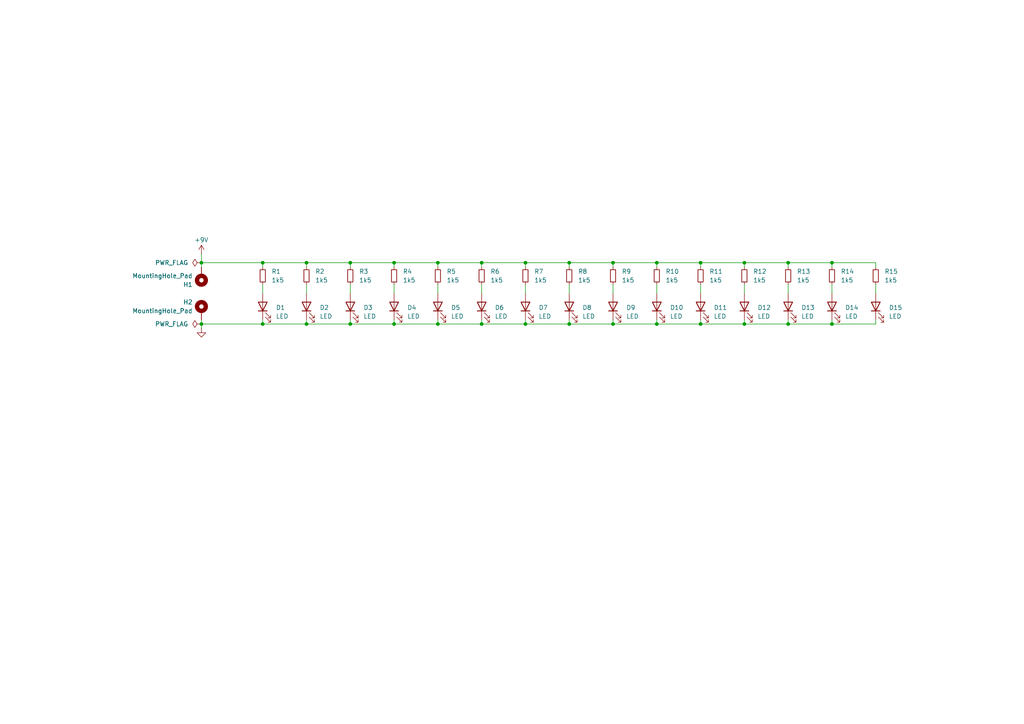
<source format=kicad_sch>
(kicad_sch (version 20231120) (generator "eeschema") (generator_version "8.0")
  (paper "A4")
  (title_block (title "LED Circle") (date "2024-03-17") (rev "V2") (company "Libertine Class-X") (comment 1 "Goran Todorovic"))
  (lib_symbols
    (symbol "Device:LED" (pin_numbers hide) (pin_names (offset 1.016) hide)
      (property "Reference" "D" (at 0 2.54 0))
      (property "Value" "LED" (at 0 -2.54 0))
      (symbol "LED_0_1"
        (polyline (pts (xy -1.27 -1.27) (xy -1.27 1.27)) (stroke (width 0.254)))
        (polyline (pts (xy -1.27 0) (xy 1.27 0)))
        (polyline (pts (xy 1.27 -1.27) (xy 1.27 1.27) (xy -1.27 0) (xy 1.27 -1.27)) (stroke (width 0.254)))
        (polyline (pts (xy -3.048 -0.762) (xy -4.572 -2.286) (xy -3.81 -2.286) (xy -4.572 -2.286) (xy -4.572 -1.524)))
        (polyline (pts (xy -1.778 -0.762) (xy -3.302 -2.286) (xy -2.54 -2.286) (xy -3.302 -2.286) (xy -3.302 -1.524)))
      )
      (symbol "LED_1_1"
        (pin passive line (at -3.81 0 0) (length 2.54) (name "K") (number "1"))
        (pin passive line (at 3.81 0 180) (length 2.54) (name "A") (number "2"))
      )
    )
    (symbol "Device:R_Small" (pin_numbers hide) (pin_names (offset 0.254) hide)
      (property "Reference" "R" (at 0.762 0.508 0))
      (property "Value" "R_Small" (at 0.762 -1.016 0))
      (symbol "R_Small_0_1"
        (rectangle (start -0.762 1.778) (end 0.762 -1.778) (stroke (width 0.2032)))
      )
      (symbol "R_Small_1_1"
        (pin passive line (at 0 2.54 270) (length 0.762) (name "~") (number "1"))
        (pin passive line (at 0 -2.54 90) (length 0.762) (name "~") (number "2"))
      )
    )
    (symbol "Mechanical:MountingHole_Pad" (pin_numbers hide) (pin_names (offset 1.016) hide)
      (property "Reference" "H" (at 0 6.35 0))
      (property "Value" "MountingHole_Pad" (at 0 4.445 0))
      (symbol "MountingHole_Pad_0_1"
        (circle (center 0 1.27) (radius 1.27) (stroke (width 1.27)))
      )
      (symbol "MountingHole_Pad_1_1"
        (pin input line (at 0 -2.54 90) (length 2.54) (name "1") (number "1"))
      )
    )
    (symbol "power:+9V" (power) (pin_numbers hide) (pin_names (offset 0) hide)
      (property "Value" "+9V" (at 0 3.556 0))
      (symbol "+9V_0_1"
        (polyline (pts (xy -0.762 1.27) (xy 0 2.54)))
        (polyline (pts (xy 0 0) (xy 0 2.54)))
        (polyline (pts (xy 0 2.54) (xy 0.762 1.27)))
      )
      (symbol "+9V_1_1"
        (pin power_in line (at 0 0 90) (length 0) (name "~") (number "1"))
      )
    )
    (symbol "power:GND" (power) (pin_numbers hide) (pin_names (offset 0) hide)
      (property "Value" "GND" (at 0 -3.81 0))
      (symbol "GND_0_1"
        (polyline (pts (xy 0 0) (xy 0 -1.27) (xy 1.27 -1.27) (xy 0 -2.54) (xy -1.27 -1.27) (xy 0 -1.27)))
      )
      (symbol "GND_1_1"
        (pin power_in line (at 0 0 270) (length 0) (name "~") (number "1"))
      )
    )
    (symbol "power:PWR_FLAG" (power) (pin_numbers hide) (pin_names (offset 0) hide)
      (property "Value" "PWR_FLAG" (at 0 3.81 0))
      (symbol "PWR_FLAG_0_0"
        (pin power_out line (at 0 0 90) (length 0) (name "~") (number "1"))
      )
      (symbol "PWR_FLAG_0_1"
        (polyline (pts (xy 0 0) (xy 0 1.27) (xy -1.016 1.905) (xy 0 2.54) (xy 1.016 1.905) (xy 0 1.27)))
      )
    )
  )
  (junction (at 76.2 76.2))
  (junction (at 228.6 93.98))
  (junction (at 190.5 76.2))
  (junction (at 127 93.98))
  (junction (at 101.6 76.2))
  (junction (at 215.9 76.2))
  (junction (at 114.3 76.2))
  (junction (at 152.4 93.98))
  (junction (at 58.42 76.2))
  (junction (at 241.3 93.98))
  (junction (at 177.8 76.2))
  (junction (at 58.42 93.98))
  (junction (at 88.9 76.2))
  (junction (at 88.9 93.98))
  (junction (at 228.6 76.2))
  (junction (at 76.2 93.98))
  (junction (at 114.3 93.98))
  (junction (at 127 76.2))
  (junction (at 203.2 76.2))
  (junction (at 139.7 93.98))
  (junction (at 190.5 93.98))
  (junction (at 165.1 76.2))
  (junction (at 139.7 76.2))
  (junction (at 165.1 93.98))
  (junction (at 152.4 76.2))
  (junction (at 177.8 93.98))
  (junction (at 101.6 93.98))
  (junction (at 241.3 76.2))
  (junction (at 215.9 93.98))
  (junction (at 203.2 93.98))
  (wire (pts (xy 152.4 76.2) (xy 139.7 76.2)))
  (wire (pts (xy 101.6 82.55) (xy 101.6 85.09)))
  (wire (pts (xy 101.6 93.98) (xy 88.9 93.98)))
  (wire (pts (xy 139.7 93.98) (xy 127 93.98)))
  (wire (pts (xy 114.3 76.2) (xy 114.3 77.47)))
  (wire (pts (xy 203.2 76.2) (xy 203.2 77.47)))
  (wire (pts (xy 101.6 76.2) (xy 88.9 76.2)))
  (wire (pts (xy 88.9 93.98) (xy 76.2 93.98)))
  (wire (pts (xy 203.2 82.55) (xy 203.2 85.09)))
  (wire (pts (xy 190.5 93.98) (xy 177.8 93.98)))
  (wire (pts (xy 241.3 76.2) (xy 228.6 76.2)))
  (wire (pts (xy 254 82.55) (xy 254 85.09)))
  (wire (pts (xy 58.42 92.71) (xy 58.42 93.98)))
  (wire (pts (xy 241.3 93.98) (xy 228.6 93.98)))
  (wire (pts (xy 114.3 92.71) (xy 114.3 93.98)))
  (wire (pts (xy 177.8 82.55) (xy 177.8 85.09)))
  (wire (pts (xy 127 76.2) (xy 114.3 76.2)))
  (wire (pts (xy 58.42 76.2) (xy 76.2 76.2)))
  (wire (pts (xy 254 93.98) (xy 241.3 93.98)))
  (wire (pts (xy 88.9 82.55) (xy 88.9 85.09)))
  (wire (pts (xy 127 93.98) (xy 114.3 93.98)))
  (wire (pts (xy 88.9 76.2) (xy 76.2 76.2)))
  (wire (pts (xy 190.5 76.2) (xy 190.5 77.47)))
  (wire (pts (xy 152.4 93.98) (xy 139.7 93.98)))
  (wire (pts (xy 215.9 92.71) (xy 215.9 93.98)))
  (wire (pts (xy 215.9 93.98) (xy 203.2 93.98)))
  (wire (pts (xy 190.5 92.71) (xy 190.5 93.98)))
  (wire (pts (xy 215.9 82.55) (xy 215.9 85.09)))
  (wire (pts (xy 76.2 76.2) (xy 76.2 77.47)))
  (wire (pts (xy 228.6 92.71) (xy 228.6 93.98)))
  (wire (pts (xy 58.42 93.98) (xy 76.2 93.98)))
  (wire (pts (xy 203.2 92.71) (xy 203.2 93.98)))
  (wire (pts (xy 228.6 82.55) (xy 228.6 85.09)))
  (wire (pts (xy 165.1 76.2) (xy 165.1 77.47)))
  (wire (pts (xy 114.3 76.2) (xy 101.6 76.2)))
  (wire (pts (xy 190.5 76.2) (xy 177.8 76.2)))
  (wire (pts (xy 228.6 76.2) (xy 228.6 77.47)))
  (wire (pts (xy 165.1 76.2) (xy 152.4 76.2)))
  (wire (pts (xy 58.42 76.2) (xy 58.42 77.47)))
  (wire (pts (xy 177.8 76.2) (xy 177.8 77.47)))
  (wire (pts (xy 139.7 76.2) (xy 127 76.2)))
  (wire (pts (xy 203.2 76.2) (xy 190.5 76.2)))
  (wire (pts (xy 165.1 82.55) (xy 165.1 85.09)))
  (wire (pts (xy 228.6 76.2) (xy 215.9 76.2)))
  (wire (pts (xy 139.7 82.55) (xy 139.7 85.09)))
  (wire (pts (xy 241.3 82.55) (xy 241.3 85.09)))
  (wire (pts (xy 203.2 93.98) (xy 190.5 93.98)))
  (wire (pts (xy 241.3 76.2) (xy 241.3 77.47)))
  (wire (pts (xy 228.6 93.98) (xy 215.9 93.98)))
  (wire (pts (xy 114.3 82.55) (xy 114.3 85.09)))
  (wire (pts (xy 254 92.71) (xy 254 93.98)))
  (wire (pts (xy 254 77.47) (xy 254 76.2)))
  (wire (pts (xy 177.8 92.71) (xy 177.8 93.98)))
  (wire (pts (xy 152.4 76.2) (xy 152.4 77.47)))
  (wire (pts (xy 114.3 93.98) (xy 101.6 93.98)))
  (wire (pts (xy 215.9 76.2) (xy 203.2 76.2)))
  (wire (pts (xy 165.1 92.71) (xy 165.1 93.98)))
  (wire (pts (xy 165.1 93.98) (xy 152.4 93.98)))
  (wire (pts (xy 127 92.71) (xy 127 93.98)))
  (wire (pts (xy 101.6 76.2) (xy 101.6 77.47)))
  (wire (pts (xy 254 76.2) (xy 241.3 76.2)))
  (wire (pts (xy 58.42 93.98) (xy 58.42 95.25)))
  (wire (pts (xy 177.8 93.98) (xy 165.1 93.98)))
  (wire (pts (xy 58.42 73.66) (xy 58.42 76.2)))
  (wire (pts (xy 127 82.55) (xy 127 85.09)))
  (wire (pts (xy 88.9 92.71) (xy 88.9 93.98)))
  (wire (pts (xy 139.7 92.71) (xy 139.7 93.98)))
  (wire (pts (xy 76.2 92.71) (xy 76.2 93.98)))
  (wire (pts (xy 190.5 82.55) (xy 190.5 85.09)))
  (wire (pts (xy 215.9 76.2) (xy 215.9 77.47)))
  (wire (pts (xy 127 76.2) (xy 127 77.47)))
  (wire (pts (xy 139.7 76.2) (xy 139.7 77.47)))
  (wire (pts (xy 101.6 92.71) (xy 101.6 93.98)))
  (wire (pts (xy 152.4 92.71) (xy 152.4 93.98)))
  (wire (pts (xy 76.2 82.55) (xy 76.2 85.09)))
  (wire (pts (xy 177.8 76.2) (xy 165.1 76.2)))
  (wire (pts (xy 88.9 76.2) (xy 88.9 77.47)))
  (wire (pts (xy 241.3 92.71) (xy 241.3 93.98)))
  (wire (pts (xy 152.4 82.55) (xy 152.4 85.09)))
  (symbol (lib_id "Device:LED") (at 177.8 88.9 90) (unit 1)
    (property "Reference" "D9" (at 181.61 89.2174 90) (effects (justify right)))
    (property "Value" "LED" (at 181.61 91.7574 90) (effects (justify right)))
    (property "Footprint" "LED_THT:LED_D5.0mm_Clear" (effects (hide yes)))
    (property "Description" "Light emitting diode" (effects (hide yes)))
  )
  (symbol (lib_id "Device:LED") (at 190.5 88.9 90) (unit 1)
    (property "Reference" "D10" (at 194.31 89.2174 90) (effects (justify right)))
    (property "Value" "LED" (at 194.31 91.7574 90) (effects (justify right)))
    (property "Footprint" "LED_THT:LED_D5.0mm_Clear" (effects (hide yes)))
    (property "Description" "Light emitting diode" (effects (hide yes)))
  )
  (symbol (lib_id "Device:R_Small") (at 177.8 80.01 0) (unit 1)
    (property "Reference" "R9" (at 180.34 78.7399 0) (effects (justify left)))
    (property "Value" "1k5" (at 180.34 81.2799 0) (effects (justify left)))
    (property "Footprint" "Resistor_SMD:R_0603_1608Metric" (effects (hide yes)))
    (property "Description" "Resistor, small symbol" (effects (hide yes)))
  )
  (symbol (lib_id "Device:R_Small") (at 76.2 80.01 0) (unit 1)
    (property "Reference" "R1" (at 78.74 78.7399 0) (effects (justify left)))
    (property "Value" "1k5" (at 78.74 81.2799 0) (effects (justify left)))
    (property "Footprint" "Resistor_SMD:R_0603_1608Metric" (effects (hide yes)))
    (property "Description" "Resistor, small symbol" (effects (hide yes)))
  )
  (symbol (lib_id "Device:LED") (at 152.4 88.9 90) (unit 1)
    (property "Reference" "D7" (at 156.21 89.2174 90) (effects (justify right)))
    (property "Value" "LED" (at 156.21 91.7574 90) (effects (justify right)))
    (property "Footprint" "LED_THT:LED_D5.0mm_Clear" (effects (hide yes)))
    (property "Description" "Light emitting diode" (effects (hide yes)))
  )
  (symbol (lib_id "Device:R_Small") (at 88.9 80.01 0) (unit 1)
    (property "Reference" "R2" (at 91.44 78.7399 0) (effects (justify left)))
    (property "Value" "1k5" (at 91.44 81.2799 0) (effects (justify left)))
    (property "Footprint" "Resistor_SMD:R_0603_1608Metric" (effects (hide yes)))
    (property "Description" "Resistor, small symbol" (effects (hide yes)))
  )
  (symbol (lib_id "Device:LED") (at 165.1 88.9 90) (unit 1)
    (property "Reference" "D8" (at 168.91 89.2174 90) (effects (justify right)))
    (property "Value" "LED" (at 168.91 91.7574 90) (effects (justify right)))
    (property "Footprint" "LED_THT:LED_D5.0mm_Clear" (effects (hide yes)))
    (property "Description" "Light emitting diode" (effects (hide yes)))
  )
  (symbol (lib_id "Device:R_Small") (at 228.6 80.01 0) (unit 1)
    (property "Reference" "R13" (at 231.14 78.7399 0) (effects (justify left)))
    (property "Value" "1k5" (at 231.14 81.2799 0) (effects (justify left)))
    (property "Footprint" "Resistor_SMD:R_0603_1608Metric" (effects (hide yes)))
    (property "Description" "Resistor, small symbol" (effects (hide yes)))
  )
  (symbol (lib_id "power:+9V") (at 58.42 73.66 0) (unit 1)
    (property "Reference" "#PWR02" (effects (hide yes)))
    (property "Value" "+9V" (at 58.42 69.596 0))
    (property "Description" "Power symbol creates a global label with name \"+9V\"" (effects (hide yes)))
  )
  (symbol (lib_id "Device:LED") (at 88.9 88.9 90) (unit 1)
    (property "Reference" "D2" (at 92.71 89.2174 90) (effects (justify right)))
    (property "Value" "LED" (at 92.71 91.7574 90) (effects (justify right)))
    (property "Footprint" "LED_THT:LED_D5.0mm_Clear" (effects (hide yes)))
    (property "Description" "Light emitting diode" (effects (hide yes)))
  )
  (symbol (lib_id "Device:LED") (at 215.9 88.9 90) (unit 1)
    (property "Reference" "D12" (at 219.71 89.2174 90) (effects (justify right)))
    (property "Value" "LED" (at 219.71 91.7574 90) (effects (justify right)))
    (property "Footprint" "LED_THT:LED_D5.0mm_Clear" (effects (hide yes)))
    (property "Description" "Light emitting diode" (effects (hide yes)))
  )
  (symbol (lib_id "Device:R_Small") (at 241.3 80.01 0) (unit 1)
    (property "Reference" "R14" (at 243.84 78.7399 0) (effects (justify left)))
    (property "Value" "1k5" (at 243.84 81.2799 0) (effects (justify left)))
    (property "Footprint" "Resistor_SMD:R_0603_1608Metric" (effects (hide yes)))
    (property "Description" "Resistor, small symbol" (effects (hide yes)))
  )
  (symbol (lib_id "Device:LED") (at 139.7 88.9 90) (unit 1)
    (property "Reference" "D6" (at 143.51 89.2174 90) (effects (justify right)))
    (property "Value" "LED" (at 143.51 91.7574 90) (effects (justify right)))
    (property "Footprint" "LED_THT:LED_D5.0mm_Clear" (effects (hide yes)))
    (property "Description" "Light emitting diode" (effects (hide yes)))
  )
  (symbol (lib_id "Device:LED") (at 127 88.9 90) (unit 1)
    (property "Reference" "D5" (at 130.81 89.2174 90) (effects (justify right)))
    (property "Value" "LED" (at 130.81 91.7574 90) (effects (justify right)))
    (property "Footprint" "LED_THT:LED_D5.0mm_Clear" (effects (hide yes)))
    (property "Description" "Light emitting diode" (effects (hide yes)))
  )
  (symbol (lib_id "Device:LED") (at 241.3 88.9 90) (unit 1)
    (property "Reference" "D14" (at 245.11 89.2174 90) (effects (justify right)))
    (property "Value" "LED" (at 245.11 91.7574 90) (effects (justify right)))
    (property "Footprint" "LED_THT:LED_D5.0mm_Clear" (effects (hide yes)))
    (property "Description" "Light emitting diode" (effects (hide yes)))
  )
  (symbol (lib_id "Mechanical:MountingHole_Pad") (at 58.42 80.01 180) (unit 1)
    (property "Reference" "H1" (at 55.88 82.5501 0) (effects (justify left)))
    (property "Value" "MountingHole_Pad" (at 55.88 80.0101 0) (effects (justify left)))
    (property "Footprint" "MountingHole:MountingHole_2.2mm_M2_Pad_Via" (effects (hide yes)))
    (property "Description" "Mounting Hole with connection" (effects (hide yes)))
  )
  (symbol (lib_id "power:PWR_FLAG") (at 58.42 93.98 90) (unit 1)
    (property "Reference" "#FLG02" (effects (hide yes)))
    (property "Value" "PWR_FLAG" (at 54.61 93.9799 90) (effects (justify left)))
    (property "Description" "Special symbol for telling ERC where power comes from" (effects (hide yes)))
  )
  (symbol (lib_id "Device:R_Small") (at 203.2 80.01 0) (unit 1)
    (property "Reference" "R11" (at 205.74 78.7399 0) (effects (justify left)))
    (property "Value" "1k5" (at 205.74 81.2799 0) (effects (justify left)))
    (property "Footprint" "Resistor_SMD:R_0603_1608Metric" (effects (hide yes)))
    (property "Description" "Resistor, small symbol" (effects (hide yes)))
  )
  (symbol (lib_id "Device:R_Small") (at 165.1 80.01 0) (unit 1)
    (property "Reference" "R8" (at 167.64 78.7399 0) (effects (justify left)))
    (property "Value" "1k5" (at 167.64 81.2799 0) (effects (justify left)))
    (property "Footprint" "Resistor_SMD:R_0603_1608Metric" (effects (hide yes)))
    (property "Description" "Resistor, small symbol" (effects (hide yes)))
  )
  (symbol (lib_id "Device:LED") (at 228.6 88.9 90) (unit 1)
    (property "Reference" "D13" (at 232.41 89.2174 90) (effects (justify right)))
    (property "Value" "LED" (at 232.41 91.7574 90) (effects (justify right)))
    (property "Footprint" "LED_THT:LED_D5.0mm_Clear" (effects (hide yes)))
    (property "Description" "Light emitting diode" (effects (hide yes)))
  )
  (symbol (lib_id "Device:R_Small") (at 215.9 80.01 0) (unit 1)
    (property "Reference" "R12" (at 218.44 78.7399 0) (effects (justify left)))
    (property "Value" "1k5" (at 218.44 81.2799 0) (effects (justify left)))
    (property "Footprint" "Resistor_SMD:R_0603_1608Metric" (effects (hide yes)))
    (property "Description" "Resistor, small symbol" (effects (hide yes)))
  )
  (symbol (lib_id "Device:LED") (at 254 88.9 90) (unit 1)
    (property "Reference" "D15" (at 257.81 89.2174 90) (effects (justify right)))
    (property "Value" "LED" (at 257.81 91.7574 90) (effects (justify right)))
    (property "Footprint" "LED_THT:LED_D5.0mm_Clear" (effects (hide yes)))
    (property "Description" "Light emitting diode" (effects (hide yes)))
  )
  (symbol (lib_id "Device:R_Small") (at 101.6 80.01 0) (unit 1)
    (property "Reference" "R3" (at 104.14 78.7399 0) (effects (justify left)))
    (property "Value" "1k5" (at 104.14 81.2799 0) (effects (justify left)))
    (property "Footprint" "Resistor_SMD:R_0603_1608Metric" (effects (hide yes)))
    (property "Description" "Resistor, small symbol" (effects (hide yes)))
  )
  (symbol (lib_id "Device:R_Small") (at 114.3 80.01 0) (unit 1)
    (property "Reference" "R4" (at 116.84 78.7399 0) (effects (justify left)))
    (property "Value" "1k5" (at 116.84 81.2799 0) (effects (justify left)))
    (property "Footprint" "Resistor_SMD:R_0603_1608Metric" (effects (hide yes)))
    (property "Description" "Resistor, small symbol" (effects (hide yes)))
  )
  (symbol (lib_id "power:GND") (at 58.42 95.25 0) (unit 1)
    (property "Reference" "#PWR01" (effects (hide yes)))
    (property "Value" "GND" (effects (hide yes)))
    (property "Description" "Power symbol creates a global label with name \"GND\" , ground" (effects (hide yes)))
  )
  (symbol (lib_id "Device:R_Small") (at 190.5 80.01 0) (unit 1)
    (property "Reference" "R10" (at 193.04 78.7399 0) (effects (justify left)))
    (property "Value" "1k5" (at 193.04 81.2799 0) (effects (justify left)))
    (property "Footprint" "Resistor_SMD:R_0603_1608Metric" (effects (hide yes)))
    (property "Description" "Resistor, small symbol" (effects (hide yes)))
  )
  (symbol (lib_id "Device:R_Small") (at 254 80.01 0) (unit 1)
    (property "Reference" "R15" (at 256.54 78.7399 0) (effects (justify left)))
    (property "Value" "1k5" (at 256.54 81.2799 0) (effects (justify left)))
    (property "Footprint" "Resistor_SMD:R_0603_1608Metric" (effects (hide yes)))
    (property "Description" "Resistor, small symbol" (effects (hide yes)))
  )
  (symbol (lib_id "Device:R_Small") (at 152.4 80.01 0) (unit 1)
    (property "Reference" "R7" (at 154.94 78.7399 0) (effects (justify left)))
    (property "Value" "1k5" (at 154.94 81.2799 0) (effects (justify left)))
    (property "Footprint" "Resistor_SMD:R_0603_1608Metric" (effects (hide yes)))
    (property "Description" "Resistor, small symbol" (effects (hide yes)))
  )
  (symbol (lib_id "Device:LED") (at 114.3 88.9 90) (unit 1)
    (property "Reference" "D4" (at 118.11 89.2174 90) (effects (justify right)))
    (property "Value" "LED" (at 118.11 91.7574 90) (effects (justify right)))
    (property "Footprint" "LED_THT:LED_D5.0mm_Clear" (effects (hide yes)))
    (property "Description" "Light emitting diode" (effects (hide yes)))
  )
  (symbol (lib_id "Device:LED") (at 76.2 88.9 90) (unit 1)
    (property "Reference" "D1" (at 80.01 89.2174 90) (effects (justify right)))
    (property "Value" "LED" (at 80.01 91.7574 90) (effects (justify right)))
    (property "Footprint" "LED_THT:LED_D5.0mm_Clear" (effects (hide yes)))
    (property "Description" "Light emitting diode" (effects (hide yes)))
  )
  (symbol (lib_id "power:PWR_FLAG") (at 58.42 76.2 90) (unit 1)
    (property "Reference" "#FLG01" (effects (hide yes)))
    (property "Value" "PWR_FLAG" (at 54.61 76.1999 90) (effects (justify left)))
    (property "Description" "Special symbol for telling ERC where power comes from" (effects (hide yes)))
  )
  (symbol (lib_id "Device:LED") (at 101.6 88.9 90) (unit 1)
    (property "Reference" "D3" (at 105.41 89.2174 90) (effects (justify right)))
    (property "Value" "LED" (at 105.41 91.7574 90) (effects (justify right)))
    (property "Footprint" "LED_THT:LED_D5.0mm_Clear" (effects (hide yes)))
    (property "Description" "Light emitting diode" (effects (hide yes)))
  )
  (symbol (lib_id "Device:R_Small") (at 139.7 80.01 0) (unit 1)
    (property "Reference" "R6" (at 142.24 78.7399 0) (effects (justify left)))
    (property "Value" "1k5" (at 142.24 81.2799 0) (effects (justify left)))
    (property "Footprint" "Resistor_SMD:R_0603_1608Metric" (effects (hide yes)))
    (property "Description" "Resistor, small symbol" (effects (hide yes)))
  )
  (symbol (lib_id "Device:LED") (at 203.2 88.9 90) (unit 1)
    (property "Reference" "D11" (at 207.01 89.2174 90) (effects (justify right)))
    (property "Value" "LED" (at 207.01 91.7574 90) (effects (justify right)))
    (property "Footprint" "LED_THT:LED_D5.0mm_Clear" (effects (hide yes)))
    (property "Description" "Light emitting diode" (effects (hide yes)))
  )
  (symbol (lib_id "Mechanical:MountingHole_Pad") (at 58.42 90.17 0) (mirror y) (unit 1)
    (property "Reference" "H2" (at 55.88 87.6299 0) (effects (justify left)))
    (property "Value" "MountingHole_Pad" (at 55.88 90.1699 0) (effects (justify left)))
    (property "Footprint" "MountingHole:MountingHole_2.2mm_M2_Pad_Via" (effects (hide yes)))
    (property "Description" "Mounting Hole with connection" (effects (hide yes)))
  )
  (symbol (lib_id "Device:R_Small") (at 127 80.01 0) (unit 1)
    (property "Reference" "R5" (at 129.54 78.7399 0) (effects (justify left)))
    (property "Value" "1k5" (at 129.54 81.2799 0) (effects (justify left)))
    (property "Footprint" "Resistor_SMD:R_0603_1608Metric" (effects (hide yes)))
    (property "Description" "Resistor, small symbol" (effects (hide yes)))
  )
)
</source>
